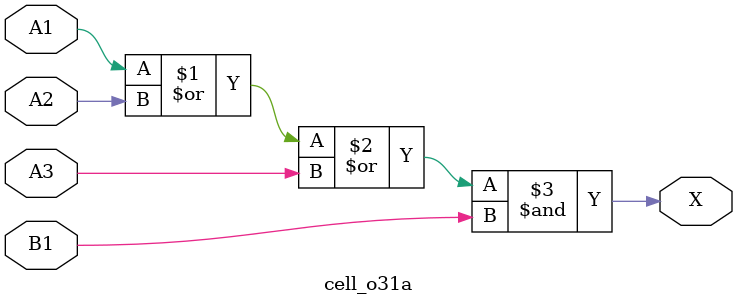
<source format=v>
`timescale 1ps/1ps
module cell_o31a
(
    input wire A1,
    input wire A2,
    input wire A3,
    input wire B1,
    output wire X
);
    assign X = ((A1 | A2 | A3) & B1);
endmodule

</source>
